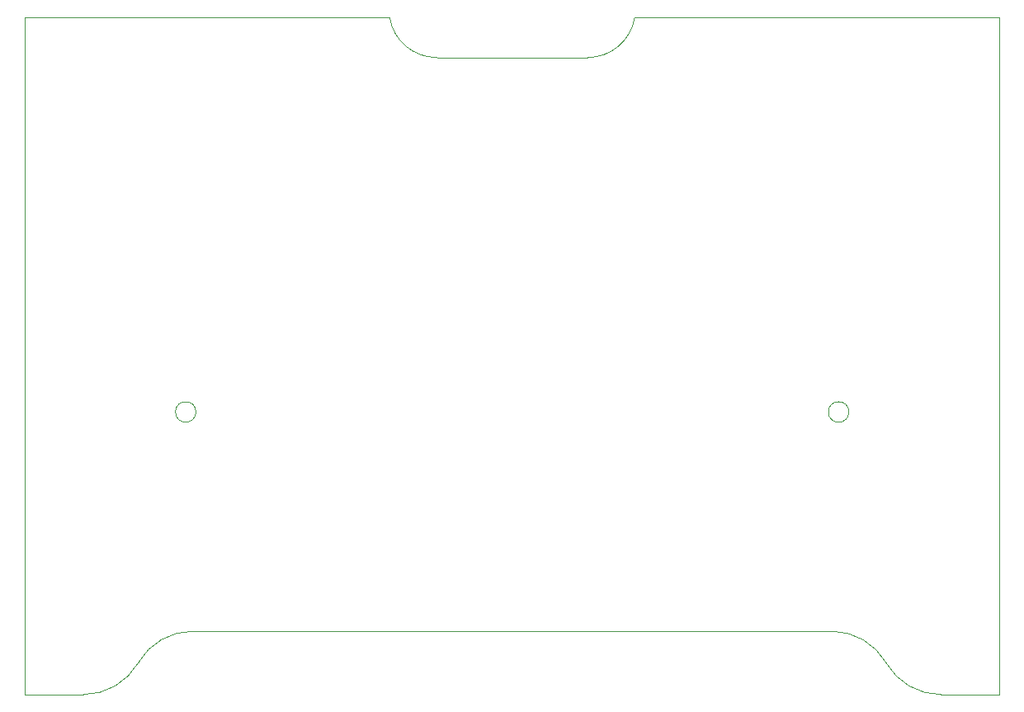
<source format=gbr>
G04 #@! TF.GenerationSoftware,KiCad,Pcbnew,6.0.9-8da3e8f707~117~ubuntu22.04.1*
G04 #@! TF.CreationDate,2023-03-03T14:59:22+01:00*
G04 #@! TF.ProjectId,ModulAdapterBasic,4d6f6475-6c41-4646-9170-746572426173,rev?*
G04 #@! TF.SameCoordinates,Original*
G04 #@! TF.FileFunction,Profile,NP*
%FSLAX46Y46*%
G04 Gerber Fmt 4.6, Leading zero omitted, Abs format (unit mm)*
G04 Created by KiCad (PCBNEW 6.0.9-8da3e8f707~117~ubuntu22.04.1) date 2023-03-03 14:59:22*
%MOMM*%
%LPD*%
G01*
G04 APERTURE LIST*
G04 #@! TA.AperFunction,Profile*
%ADD10C,0.100000*%
G04 #@! TD*
G04 APERTURE END LIST*
D10*
X112600000Y-67980000D02*
X150000000Y-67980000D01*
X67550000Y-108500000D02*
G75*
G03*
X67550000Y-108500000I-1050000J0D01*
G01*
X134550000Y-108500000D02*
G75*
G03*
X134550000Y-108500000I-1050000J0D01*
G01*
X87440000Y-67980000D02*
X87427000Y-68027000D01*
X112573000Y-68027000D02*
X112600000Y-67980000D01*
X138380000Y-134250000D02*
G75*
G03*
X132750417Y-130999277I-5630000J-3250000D01*
G01*
X138380000Y-134250000D02*
X138375417Y-134257937D01*
X61629165Y-134250000D02*
X61620835Y-134250000D01*
X107721247Y-72121673D02*
G75*
G03*
X112573000Y-68027000I28753J4887673D01*
G01*
X144000000Y-137500000D02*
X150000000Y-137500000D01*
X50000000Y-137500000D02*
X50000000Y-67980000D01*
X87427000Y-68027000D02*
G75*
G03*
X92278753Y-72121673I4823000J793000D01*
G01*
X67250000Y-131000000D02*
G75*
G03*
X61620835Y-134250000I0J-6500000D01*
G01*
X87440000Y-67980000D02*
X50000000Y-67980000D01*
X92278000Y-72121600D02*
X107720000Y-72121600D01*
X138375388Y-134257954D02*
G75*
G03*
X144000000Y-137500000I5620012J3250054D01*
G01*
X67250000Y-131000000D02*
X132750000Y-131000000D01*
X150000000Y-137500000D02*
X150000000Y-67980000D01*
X56000000Y-137500000D02*
G75*
G03*
X61629165Y-134250000I0J6500000D01*
G01*
X56000000Y-137500000D02*
X50000000Y-137500000D01*
M02*

</source>
